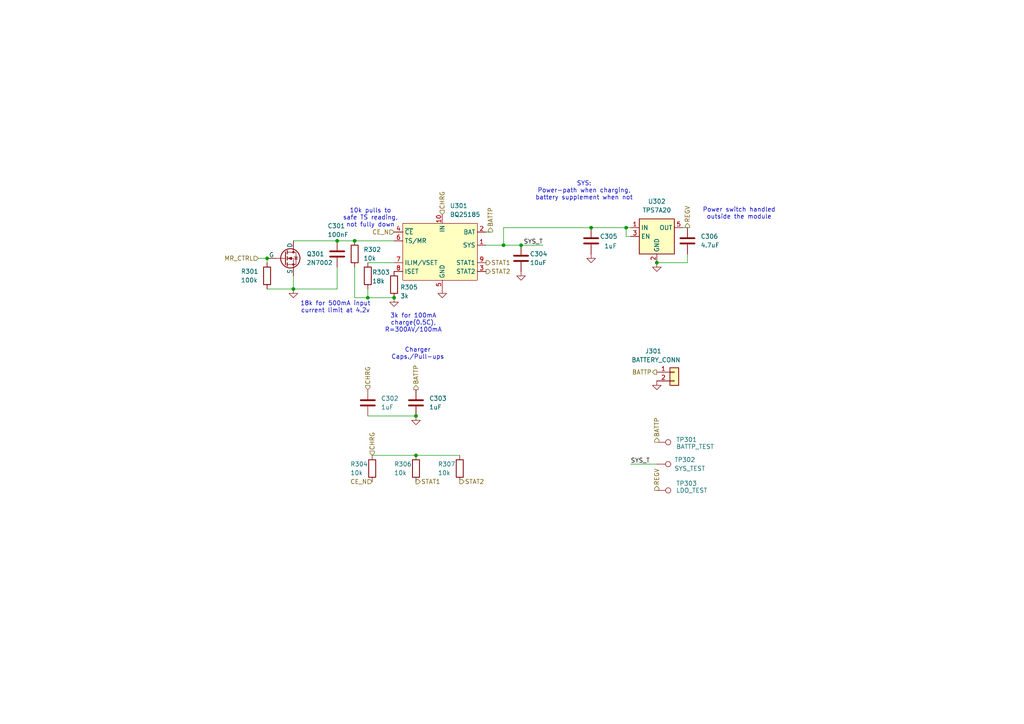
<source format=kicad_sch>
(kicad_sch (version 20231120) (generator "eeschema") (generator_version "8.0")
  (paper "A4")
  (title_block (title "Battery Management Module") (date "2024-10-08") (rev "1") (company "Mosaic Labs") (comment 1 "Lucas Merritt"))
  (lib_symbols
    (symbol "Connector:TestPoint" (pin_numbers hide) (pin_names (offset 0.762) hide)
      (property "Reference" "TP" (at 0 6.858 0))
      (property "Value" "TestPoint" (at 0 5.08 0))
      (symbol "TestPoint_0_1"
        (circle (center 0 3.302) (radius 0.762))
      )
      (symbol "TestPoint_1_1"
        (pin passive line (at 0 0 90) (length 2.54) (name "1") (number "1"))
      )
    )
    (symbol "Connector_Generic:Conn_01x02" (pin_names (offset 1.016) hide)
      (property "Reference" "J" (at 0 2.54 0))
      (property "Value" "Conn_01x02" (at 0 -5.08 0))
      (symbol "Conn_01x02_1_1"
        (rectangle (start -1.27 -2.413) (end 0 -2.667) (stroke (width 0.1524)))
        (rectangle (start -1.27 0.127) (end 0 -0.127) (stroke (width 0.1524)))
        (rectangle (start -1.27 1.27) (end 1.27 -3.81) (stroke (width 0.254)) (fill (type background)))
        (pin passive line (at -5.08 0 0) (length 3.81) (name "Pin_1") (number "1"))
        (pin passive line (at -5.08 -2.54 0) (length 3.81) (name "Pin_2") (number "2"))
      )
    )
    (symbol "Device:C" (pin_numbers hide) (pin_names (offset 0.254))
      (property "Reference" "C" (at 0.635 2.54 0))
      (property "Value" "C" (at 0.635 -2.54 0))
      (symbol "C_0_1"
        (polyline (pts (xy -2.032 -0.762) (xy 2.032 -0.762)) (stroke (width 0.508)))
        (polyline (pts (xy -2.032 0.762) (xy 2.032 0.762)) (stroke (width 0.508)))
      )
      (symbol "C_1_1"
        (pin passive line (at 0 3.81 270) (length 2.794) (name "~") (number "1"))
        (pin passive line (at 0 -3.81 90) (length 2.794) (name "~") (number "2"))
      )
    )
    (symbol "Device:R" (pin_numbers hide) (pin_names (offset 0))
      (property "Reference" "R" (at 2.032 0 90))
      (property "Value" "R" (at 0 0 90))
      (symbol "R_0_1"
        (rectangle (start -1.016 -2.54) (end 1.016 2.54) (stroke (width 0.254)))
      )
      (symbol "R_1_1"
        (pin passive line (at 0 3.81 270) (length 1.27) (name "~") (number "1"))
        (pin passive line (at 0 -3.81 90) (length 1.27) (name "~") (number "2"))
      )
    )
    (symbol "Raven:BQ25185"
      (property "Reference" "U" (at 7.874 -4.064 0))
      (property "Value" "BQ25185" (at 25.146 -4.064 0))
      (symbol "BQ25185_1_1"
        (rectangle (start 7.62 -5.08) (end 29.21 -21.59) (fill (type background)))
        (pin output line (at 31.75 -11.43 180) (length 2.54) (name "SYS") (number "1"))
        (pin power_in line (at 19.05 -2.54 270) (length 2.54) (name "IN") (number "10"))
        (pin power_in line (at 19.05 -24.13 90) (length 2.54) hide (name "NC") (number "11"))
        (pin power_in line (at 31.75 -7.62 180) (length 2.54) (name "BAT") (number "2"))
        (pin open_collector line (at 31.75 -19.05 180) (length 2.54) (name "STAT2") (number "3"))
        (pin input line (at 5.08 -7.62 0) (length 2.54) (name "~{CE}") (number "4"))
        (pin power_in line (at 19.05 -24.13 90) (length 2.54) (name "GND") (number "5"))
        (pin bidirectional line (at 5.08 -10.16 0) (length 2.54) (name "TS/MR") (number "6"))
        (pin bidirectional line (at 5.08 -16.51 0) (length 2.54) (name "ILIM/VSET") (number "7"))
        (pin bidirectional line (at 5.08 -19.05 0) (length 2.54) (name "ISET") (number "8"))
        (pin open_collector line (at 31.75 -16.51 180) (length 2.54) (name "STAT1") (number "9"))
      )
    )
    (symbol "Raven:TPS7A20"
      (property "Reference" "U" (at -5.08 6.35 0))
      (property "Value" "TPS7A20" (at 3.81 6.35 0))
      (symbol "TPS7A20_0_1"
        (rectangle (start -5.08 5.08) (end 5.08 -5.08) (stroke (width 0.254)) (fill (type background)))
        (pin power_in line (at -7.62 2.54 0) (length 2.54) (name "IN") (number "1"))
        (pin power_in line (at 0 -7.62 90) (length 2.54) (name "GND") (number "2"))
        (pin input line (at -7.62 0 0) (length 2.54) (name "EN") (number "3"))
        (pin power_out line (at 7.62 2.54 180) (length 2.54) (name "OUT") (number "5"))
      )
      (symbol "TPS7A20_1_1"
        (pin power_in line (at 0 -7.62 90) (length 2.54) hide (name "NC") (number "4"))
      )
    )
    (symbol "Simulation_SPICE:NMOS" (pin_numbers hide) (pin_names (offset 0))
      (property "Reference" "Q" (at 5.08 1.27 0))
      (property "Value" "NMOS" (at 5.08 -1.27 0))
      (symbol "NMOS_0_1"
        (polyline (pts (xy 0.254 0) (xy -2.54 0)))
        (polyline (pts (xy 0.254 1.905) (xy 0.254 -1.905)) (stroke (width 0.254)))
        (polyline (pts (xy 0.762 -1.27) (xy 0.762 -2.286)) (stroke (width 0.254)))
        (polyline (pts (xy 0.762 0.508) (xy 0.762 -0.508)) (stroke (width 0.254)))
        (polyline (pts (xy 0.762 2.286) (xy 0.762 1.27)) (stroke (width 0.254)))
        (polyline (pts (xy 2.54 2.54) (xy 2.54 1.778)))
        (polyline (pts (xy 2.54 -2.54) (xy 2.54 0) (xy 0.762 0)))
        (polyline (pts (xy 0.762 -1.778) (xy 3.302 -1.778) (xy 3.302 1.778) (xy 0.762 1.778)))
        (polyline (pts (xy 1.016 0) (xy 2.032 0.381) (xy 2.032 -0.381) (xy 1.016 0)) (fill (type outline)))
        (polyline (pts (xy 2.794 0.508) (xy 2.921 0.381) (xy 3.683 0.381) (xy 3.81 0.254)))
        (polyline (pts (xy 3.302 0.381) (xy 2.921 -0.254) (xy 3.683 -0.254) (xy 3.302 0.381)))
        (circle (center 1.651 0) (radius 2.794) (stroke (width 0.254)))
        (circle (center 2.54 -1.778) (radius 0.254) (fill (type outline)))
        (circle (center 2.54 1.778) (radius 0.254) (fill (type outline)))
      )
      (symbol "NMOS_1_1"
        (pin passive line (at 2.54 5.08 270) (length 2.54) (name "D") (number "1"))
        (pin input line (at -5.08 0 0) (length 2.54) (name "G") (number "2"))
        (pin passive line (at 2.54 -5.08 90) (length 2.54) (name "S") (number "3"))
      )
    )
    (symbol "power:GND" (power) (pin_numbers hide) (pin_names (offset 0) hide)
      (property "Value" "GND" (at 0 -3.81 0))
      (symbol "GND_0_1"
        (polyline (pts (xy 0 0) (xy 0 -1.27) (xy 1.27 -1.27) (xy 0 -2.54) (xy -1.27 -1.27) (xy 0 -1.27)))
      )
      (symbol "GND_1_1"
        (pin power_in line (at 0 0 270) (length 0) (name "~") (number "1"))
      )
    )
  )
  (junction (at 151.13 71.12))
  (junction (at 146.05 71.12))
  (junction (at 190.5 76.2))
  (junction (at 171.45 66.04))
  (junction (at 106.68 86.36))
  (junction (at 77.47 74.93))
  (junction (at 102.87 69.85))
  (junction (at 114.3 86.36))
  (junction (at 120.65 120.65))
  (junction (at 120.65 132.08))
  (junction (at 181.61 66.04))
  (junction (at 85.09 83.82))
  (junction (at 97.79 69.85))
  (wire (pts (xy 146.05 71.12) (xy 151.13 71.12)))
  (wire (pts (xy 190.5 134.62) (xy 182.88 134.62)))
  (wire (pts (xy 146.05 66.04) (xy 146.05 71.12)))
  (wire (pts (xy 97.79 77.47) (xy 97.79 83.82)))
  (wire (pts (xy 107.95 132.08) (xy 120.65 132.08)))
  (wire (pts (xy 102.87 69.85) (xy 114.3 69.85)))
  (wire (pts (xy 97.79 83.82) (xy 85.09 83.82)))
  (wire (pts (xy 77.47 74.93) (xy 77.47 76.2)))
  (wire (pts (xy 77.47 83.82) (xy 85.09 83.82)))
  (wire (pts (xy 102.87 77.47) (xy 102.87 86.36)))
  (wire (pts (xy 142.24 67.31) (xy 140.97 67.31)))
  (wire (pts (xy 140.97 71.12) (xy 146.05 71.12)))
  (wire (pts (xy 85.09 80.01) (xy 85.09 83.82)))
  (wire (pts (xy 120.65 132.08) (xy 133.35 132.08)))
  (wire (pts (xy 146.05 66.04) (xy 171.45 66.04)))
  (wire (pts (xy 97.79 69.85) (xy 102.87 69.85)))
  (wire (pts (xy 151.13 71.12) (xy 157.48 71.12)))
  (wire (pts (xy 85.09 69.85) (xy 97.79 69.85)))
  (wire (pts (xy 182.88 68.58) (xy 181.61 68.58)))
  (wire (pts (xy 106.68 83.82) (xy 106.68 86.36)))
  (wire (pts (xy 106.68 76.2) (xy 114.3 76.2)))
  (wire (pts (xy 74.93 74.93) (xy 77.47 74.93)))
  (wire (pts (xy 199.39 73.66) (xy 199.39 76.2)))
  (wire (pts (xy 199.39 66.04) (xy 198.12 66.04)))
  (wire (pts (xy 102.87 86.36) (xy 106.68 86.36)))
  (wire (pts (xy 199.39 76.2) (xy 190.5 76.2)))
  (wire (pts (xy 181.61 68.58) (xy 181.61 66.04)))
  (wire (pts (xy 106.68 86.36) (xy 114.3 86.36)))
  (wire (pts (xy 106.68 120.65) (xy 120.65 120.65)))
  (wire (pts (xy 171.45 66.04) (xy 181.61 66.04)))
  (wire (pts (xy 181.61 66.04) (xy 182.88 66.04)))
  (text "SYS:\nPower-path when charging,\nbattery supplement when not" (at 169.418 55.372 0) (effects (font (size 1.27 1.27))))
  (text "3k for 100mA\ncharge(0.5C),\nR=300AV/100mA" (at 119.888 93.726 0) (effects (font (size 1.27 1.27))))
  (text "Power switch handled\noutside the module" (at 214.376 61.976 0) (effects (font (size 1.27 1.27))))
  (text "10k pulls to\nsafe TS reading,\nnot fully down" (at 107.442 63.246 0) (effects (font (size 1.27 1.27))))
  (text "Charger\nCaps./Pull-ups" (at 121.158 102.616 0) (effects (font (size 1.27 1.27))))
  (text "18k for 500mA input\ncurrent limit at 4.2v" (at 97.282 89.154 0) (effects (font (size 1.27 1.27))))
  (label "SYS_T" (at 182.88 134.62 0))
  (label "SYS_T" (at 157.48 71.12 180))
  (hierarchical_label "CHRG" (shape input) (at 128.27 62.23 90))
  (hierarchical_label "REGV" (shape output) (at 190.5 142.24 90))
  (hierarchical_label "MR_CTRL" (shape input) (at 74.93 74.93 180))
  (hierarchical_label "BATTP" (shape output) (at 142.24 67.31 90))
  (hierarchical_label "BATTP" (shape output) (at 190.5 107.95 180))
  (hierarchical_label "STAT2" (shape output) (at 140.97 78.74 0))
  (hierarchical_label "STAT2" (shape output) (at 133.35 139.7 0))
  (hierarchical_label "STAT1" (shape output) (at 140.97 76.2 0))
  (hierarchical_label "CHRG" (shape input) (at 107.95 132.08 90))
  (hierarchical_label "REGV" (shape output) (at 199.39 66.04 90))
  (hierarchical_label "BATTP" (shape output) (at 190.5 128.27 90))
  (hierarchical_label "CE_N" (shape input) (at 114.3 67.31 180))
  (hierarchical_label "BATTP" (shape output) (at 120.65 113.03 90))
  (hierarchical_label "STAT1" (shape output) (at 120.65 139.7 0))
  (hierarchical_label "CHRG" (shape input) (at 106.68 113.03 90))
  (hierarchical_label "CE_N" (shape input) (at 107.95 139.7 180))
  (symbol (lib_id "Simulation_SPICE:NMOS") (at 82.55 74.93 0) (unit 1)
    (property "Reference" "Q301" (at 88.9 73.6599 0) (effects (justify left)))
    (property "Value" "2N7002" (at 88.9 76.1999 0) (effects (justify left)))
    (property "Footprint" "Package_TO_SOT_SMD:SOT-23-3" (effects (hide yes)))
    (property "Datasheet" "https://ngspice.sourceforge.io/docs/ngspice-html-manual/manual.xhtml#cha_MOSFETs" (effects (hide yes)))
    (property "Description" "N-MOSFET transistor, drain/source/gate" (effects (hide yes)))
    (property "Sim.Device" "NMOS" (effects (hide yes)))
    (property "Sim.Type" "VDMOS" (effects (hide yes)))
    (property "Sim.Pins" "1=D 2=G 3=S" (effects (hide yes)))
    (property "JLC" "XXXXXX" (effects (hide yes)))
    (property "LCSC" "XXXXXX" (effects (hide yes)))
  )
  (symbol (lib_id "Device:C") (at 151.13 74.93 0) (unit 1)
    (property "Reference" "C304" (at 153.67 73.66 0) (effects (justify left)))
    (property "Value" "10uF" (at 153.67 76.2 0) (effects (justify left)))
    (property "Footprint" "Capacitor_SMD:C_0402_1005Metric" (effects (hide yes)))
    (property "Description" "Unpolarized capacitor" (effects (hide yes)))
  )
  (symbol (lib_id "Connector_Generic:Conn_01x02") (at 195.58 107.95 0) (unit 1)
    (property "Reference" "J301" (at 189.484 101.854 0))
    (property "Value" "BATTERY_CONN" (at 183.134 104.394 0) (effects (justify left)))
    (property "Footprint" "Raven:CUSTOM_BATT_CONN" (effects (hide yes)))
    (property "Description" "Generic connector, single row, 01x02, script generated (kicad-library-utils/schlib/autogen/connector/)" (effects (hide yes)))
    (property "JLC" "XXXXXX" (effects (hide yes)))
    (property "LCSC" "XXXXXX" (effects (hide yes)))
  )
  (symbol (lib_id "power:GND") (at 171.45 73.66 0) (unit 1)
    (property "Reference" "#PWR0306" (effects (hide yes)))
    (property "Value" "GND" (effects (hide yes)))
    (property "Description" "Power symbol creates a global label with name \"GND\" , ground" (effects (hide yes)))
  )
  (symbol (lib_id "Device:C") (at 199.39 69.85 0) (unit 1)
    (property "Reference" "C306" (at 203.2 68.5799 0) (effects (justify left)))
    (property "Value" "4.7uF" (at 203.2 71.1199 0) (effects (justify left)))
    (property "Footprint" "Capacitor_SMD:C_0402_1005Metric" (effects (hide yes)))
    (property "Description" "Unpolarized capacitor" (effects (hide yes)))
  )
  (symbol (lib_id "Connector:TestPoint") (at 190.5 128.27 270) (unit 1)
    (property "Reference" "TP301" (at 196.088 127.508 90) (effects (justify left)))
    (property "Value" "BATTP_TEST" (at 196.088 129.54 90) (effects (justify left)))
    (property "Footprint" "TestPoint:TestPoint_Pad_D1.0mm" (effects (hide yes)))
    (property "Description" "test point" (effects (hide yes)))
    (property "JLC" "XXXXXX" (effects (hide yes)))
    (property "LCSC" "XXXXXX" (effects (hide yes)))
  )
  (symbol (lib_id "power:GND") (at 190.5 76.2 0) (unit 1)
    (property "Reference" "#PWR0307" (effects (hide yes)))
    (property "Value" "GND" (effects (hide yes)))
    (property "Description" "Power symbol creates a global label with name \"GND\" , ground" (effects (hide yes)))
  )
  (symbol (lib_id "Device:C") (at 120.65 116.84 0) (unit 1)
    (property "Reference" "C303" (at 124.46 115.5699 0) (effects (justify left)))
    (property "Value" "1uF" (at 124.46 118.1099 0) (effects (justify left)))
    (property "Footprint" "Capacitor_SMD:C_0402_1005Metric" (effects (hide yes)))
    (property "Description" "Unpolarized capacitor" (effects (hide yes)))
  )
  (symbol (lib_id "Connector:TestPoint") (at 190.5 142.24 270) (unit 1)
    (property "Reference" "TP303" (at 196.088 140.208 90) (effects (justify left)))
    (property "Value" "LDO_TEST" (at 196.088 142.24 90) (effects (justify left)))
    (property "Footprint" "TestPoint:TestPoint_Pad_D1.0mm" (effects (hide yes)))
    (property "Description" "test point" (effects (hide yes)))
    (property "JLC" "XXXXXX" (effects (hide yes)))
    (property "LCSC" "XXXXXX" (effects (hide yes)))
  )
  (symbol (lib_id "Device:C") (at 106.68 116.84 0) (unit 1)
    (property "Reference" "C302" (at 110.49 115.5699 0) (effects (justify left)))
    (property "Value" "1uF" (at 110.49 118.1099 0) (effects (justify left)))
    (property "Footprint" "Capacitor_SMD:C_0402_1005Metric" (effects (hide yes)))
    (property "Description" "Unpolarized capacitor" (effects (hide yes)))
  )
  (symbol (lib_id "power:GND") (at 85.09 83.82 0) (unit 1)
    (property "Reference" "#PWR0301" (effects (hide yes)))
    (property "Value" "GND" (effects (hide yes)))
    (property "Description" "Power symbol creates a global label with name \"GND\" , ground" (effects (hide yes)))
  )
  (symbol (lib_id "Connector:TestPoint") (at 190.5 134.62 270) (unit 1)
    (property "Reference" "TP302" (at 195.58 133.3499 90) (effects (justify left)))
    (property "Value" "SYS_TEST" (at 195.58 135.8899 90) (effects (justify left)))
    (property "Footprint" "TestPoint:TestPoint_Pad_D1.0mm" (effects (hide yes)))
    (property "Description" "test point" (effects (hide yes)))
    (property "JLC" "XXXXXX" (effects (hide yes)))
    (property "LCSC" "XXXXXX" (effects (hide yes)))
  )
  (symbol (lib_id "Device:R") (at 102.87 73.66 0) (unit 1)
    (property "Reference" "R302" (at 105.41 72.3899 0) (effects (justify left)))
    (property "Value" "10k" (at 105.41 74.9299 0) (effects (justify left)))
    (property "Footprint" "Resistor_SMD:R_0402_1005Metric" (effects (hide yes)))
    (property "Description" "Resistor" (effects (hide yes)))
  )
  (symbol (lib_id "power:GND") (at 190.5 110.49 0) (unit 1)
    (property "Reference" "#PWR0308" (effects (hide yes)))
    (property "Value" "GND" (effects (hide yes)))
    (property "Description" "Power symbol creates a global label with name \"GND\" , ground" (effects (hide yes)))
  )
  (symbol (lib_id "Device:C") (at 171.45 69.85 0) (unit 1)
    (property "Reference" "C305" (at 173.99 68.58 0) (effects (justify left)))
    (property "Value" "1uF" (at 175.26 71.374 0) (effects (justify left)))
    (property "Footprint" "Capacitor_SMD:C_0402_1005Metric" (effects (hide yes)))
    (property "Description" "Unpolarized capacitor" (effects (hide yes)))
  )
  (symbol (lib_id "Device:C") (at 97.79 73.66 0) (unit 1)
    (property "Reference" "C301" (at 94.996 65.532 0) (effects (justify left)))
    (property "Value" "100nF" (at 94.996 68.072 0) (effects (justify left)))
    (property "Footprint" "Capacitor_SMD:C_0402_1005Metric" (effects (hide yes)))
    (property "Description" "Unpolarized capacitor" (effects (hide yes)))
    (property "JLC" "0603" (effects (hide yes)))
  )
  (symbol (lib_id "power:GND") (at 128.27 83.82 0) (unit 1)
    (property "Reference" "#PWR0304" (effects (hide yes)))
    (property "Value" "GND" (effects (hide yes)))
    (property "Description" "Power symbol creates a global label with name \"GND\" , ground" (effects (hide yes)))
  )
  (symbol (lib_id "Raven:TPS7A20") (at 190.5 68.58 0) (unit 1)
    (property "Reference" "U302" (at 190.5 58.42 0))
    (property "Value" "TPS7A20" (at 190.5 60.96 0))
    (property "Footprint" "Package_TO_SOT_SMD:SOT-23-5" (effects (hide yes)))
    (property "Datasheet" "https://www.ti.com/lit/gpn/tps7a20" (effects (hide yes)))
    (property "Description" "300mA ultra-low-noise low-IQ low-dropout (LDO) linear regulator with high PSRR" (effects (hide yes)))
  )
  (symbol (lib_id "Device:R") (at 77.47 80.01 0) (unit 1)
    (property "Reference" "R301" (at 69.85 78.74 0) (effects (justify left)))
    (property "Value" "100k" (at 69.85 81.28 0) (effects (justify left)))
    (property "Footprint" "Resistor_SMD:R_0402_1005Metric" (effects (hide yes)))
    (property "Description" "Resistor" (effects (hide yes)))
    (property "JLC" "0603" (effects (hide yes)))
  )
  (symbol (lib_id "Device:R") (at 106.68 80.01 0) (unit 1)
    (property "Reference" "R303" (at 107.95 78.994 0) (effects (justify left)))
    (property "Value" "18k" (at 107.95 81.534 0) (effects (justify left)))
    (property "Footprint" "Resistor_SMD:R_0402_1005Metric" (effects (hide yes)))
    (property "Description" "Resistor" (effects (hide yes)))
  )
  (symbol (lib_id "Raven:BQ25185") (at 109.22 59.69 0) (unit 1)
    (property "Reference" "U301" (at 130.4641 59.69 0) (effects (justify left)))
    (property "Value" "BQ25185" (at 130.4641 62.23 0) (effects (justify left)))
    (property "Footprint" "Raven:WSON10_DLH_TEX-M" (effects (hide yes)))
  )
  (symbol (lib_id "Device:R") (at 107.95 135.89 0) (unit 1)
    (property "Reference" "R304" (at 101.6 134.62 0) (effects (justify left)))
    (property "Value" "10k" (at 101.6 137.16 0) (effects (justify left)))
    (property "Footprint" "Resistor_SMD:R_0402_1005Metric" (effects (hide yes)))
    (property "Description" "Resistor" (effects (hide yes)))
  )
  (symbol (lib_id "power:GND") (at 120.65 120.65 0) (unit 1)
    (property "Reference" "#PWR0303" (effects (hide yes)))
    (property "Value" "GND" (effects (hide yes)))
    (property "Description" "Power symbol creates a global label with name \"GND\" , ground" (effects (hide yes)))
  )
  (symbol (lib_id "power:GND") (at 151.13 78.74 0) (unit 1)
    (property "Reference" "#PWR0305" (effects (hide yes)))
    (property "Value" "GND" (effects (hide yes)))
    (property "Description" "Power symbol creates a global label with name \"GND\" , ground" (effects (hide yes)))
  )
  (symbol (lib_id "Device:R") (at 133.35 135.89 0) (unit 1)
    (property "Reference" "R307" (at 127 134.62 0) (effects (justify left)))
    (property "Value" "10k" (at 127 137.16 0) (effects (justify left)))
    (property "Footprint" "Resistor_SMD:R_0402_1005Metric" (effects (hide yes)))
    (property "Description" "Resistor" (effects (hide yes)))
  )
  (symbol (lib_id "Device:R") (at 120.65 135.89 0) (unit 1)
    (property "Reference" "R306" (at 114.3 134.62 0) (effects (justify left)))
    (property "Value" "10k" (at 114.3 137.16 0) (effects (justify left)))
    (property "Footprint" "Resistor_SMD:R_0402_1005Metric" (effects (hide yes)))
    (property "Description" "Resistor" (effects (hide yes)))
  )
  (symbol (lib_id "power:GND") (at 114.3 86.36 0) (unit 1)
    (property "Reference" "#PWR0302" (effects (hide yes)))
    (property "Value" "GND" (effects (hide yes)))
    (property "Description" "Power symbol creates a global label with name \"GND\" , ground" (effects (hide yes)))
  )
  (symbol (lib_id "Device:R") (at 114.3 82.55 0) (unit 1)
    (property "Reference" "R305" (at 116.078 83.312 0) (effects (justify left)))
    (property "Value" "3k" (at 116.078 85.852 0) (effects (justify left)))
    (property "Footprint" "Resistor_SMD:R_0402_1005Metric" (effects (hide yes)))
    (property "Description" "Resistor" (effects (hide yes)))
  )
)
</source>
